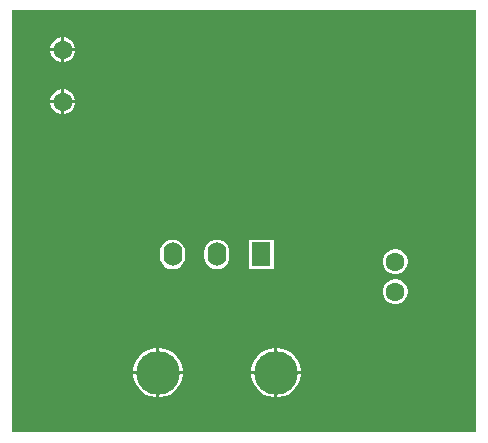
<source format=gbl>
G04*
G04 #@! TF.GenerationSoftware,Altium Limited,Altium Designer,23.10.1 (27)*
G04*
G04 Layer_Physical_Order=2*
G04 Layer_Color=16711680*
%FSLAX44Y44*%
%MOMM*%
G71*
G04*
G04 #@! TF.SameCoordinates,0AC736BD-E267-4969-BD77-996DE068DD07*
G04*
G04*
G04 #@! TF.FilePolarity,Positive*
G04*
G01*
G75*
%ADD32C,1.6000*%
%ADD33C,3.7000*%
%ADD34O,1.6000X2.0000*%
%ADD35R,1.6000X2.0000*%
%ADD36C,0.7000*%
G36*
X397410Y-397410D02*
X4000D01*
Y-40000D01*
X397410D01*
Y-397410D01*
D02*
G37*
%LPC*%
G36*
X48668Y-62860D02*
X48550D01*
Y-72130D01*
X57820D01*
Y-72012D01*
X57102Y-69332D01*
X55714Y-66928D01*
X53752Y-64966D01*
X51348Y-63578D01*
X48668Y-62860D01*
D02*
G37*
G36*
X46010D02*
X45892D01*
X43212Y-63578D01*
X40808Y-64966D01*
X38846Y-66928D01*
X37458Y-69332D01*
X36740Y-72012D01*
Y-72130D01*
X46010D01*
Y-62860D01*
D02*
G37*
G36*
X57820Y-74670D02*
X48550D01*
Y-83940D01*
X48668D01*
X51348Y-83222D01*
X53752Y-81834D01*
X55714Y-79872D01*
X57102Y-77468D01*
X57820Y-74788D01*
Y-74670D01*
D02*
G37*
G36*
X46010D02*
X36740D01*
Y-74788D01*
X37458Y-77468D01*
X38846Y-79872D01*
X40808Y-81834D01*
X43212Y-83222D01*
X45892Y-83940D01*
X46010D01*
Y-74670D01*
D02*
G37*
G36*
X48668Y-106860D02*
X48550D01*
Y-116130D01*
X57820D01*
Y-116012D01*
X57102Y-113332D01*
X55714Y-110928D01*
X53752Y-108966D01*
X51348Y-107578D01*
X48668Y-106860D01*
D02*
G37*
G36*
X46010D02*
X45892D01*
X43212Y-107578D01*
X40808Y-108966D01*
X38846Y-110928D01*
X37458Y-113332D01*
X36740Y-116012D01*
Y-116130D01*
X46010D01*
Y-106860D01*
D02*
G37*
G36*
X57820Y-118670D02*
X48550D01*
Y-127940D01*
X48668D01*
X51348Y-127222D01*
X53752Y-125834D01*
X55714Y-123872D01*
X57102Y-121468D01*
X57820Y-118788D01*
Y-118670D01*
D02*
G37*
G36*
X46010D02*
X36740D01*
Y-118788D01*
X37458Y-121468D01*
X38846Y-123872D01*
X40808Y-125834D01*
X43212Y-127222D01*
X45892Y-127940D01*
X46010D01*
Y-118670D01*
D02*
G37*
G36*
X225840Y-234170D02*
X204760D01*
Y-259250D01*
X225840D01*
Y-234170D01*
D02*
G37*
G36*
X177800Y-234079D02*
X175049Y-234441D01*
X172484Y-235503D01*
X170283Y-237193D01*
X168593Y-239394D01*
X167531Y-241959D01*
X167169Y-244710D01*
Y-248710D01*
X167531Y-251462D01*
X168593Y-254025D01*
X170283Y-256227D01*
X172484Y-257917D01*
X175049Y-258979D01*
X177800Y-259341D01*
X180551Y-258979D01*
X183116Y-257917D01*
X185317Y-256227D01*
X187007Y-254025D01*
X188069Y-251462D01*
X188431Y-248710D01*
Y-244710D01*
X188069Y-241959D01*
X187007Y-239394D01*
X185317Y-237193D01*
X183116Y-235503D01*
X180551Y-234441D01*
X177800Y-234079D01*
D02*
G37*
G36*
X140300D02*
X137549Y-234441D01*
X134985Y-235503D01*
X132783Y-237193D01*
X131093Y-239394D01*
X130031Y-241959D01*
X129669Y-244710D01*
Y-248710D01*
X130031Y-251462D01*
X131093Y-254025D01*
X132783Y-256227D01*
X134985Y-257917D01*
X137549Y-258979D01*
X140300Y-259341D01*
X143052Y-258979D01*
X145616Y-257917D01*
X147817Y-256227D01*
X149507Y-254025D01*
X150569Y-251462D01*
X150931Y-248710D01*
Y-244710D01*
X150569Y-241959D01*
X149507Y-239394D01*
X147817Y-237193D01*
X145616Y-235503D01*
X143052Y-234441D01*
X140300Y-234079D01*
D02*
G37*
G36*
X330318Y-242190D02*
X327542D01*
X324862Y-242908D01*
X322458Y-244296D01*
X320496Y-246258D01*
X319108Y-248662D01*
X318390Y-251342D01*
Y-254118D01*
X319108Y-256798D01*
X320496Y-259202D01*
X322458Y-261164D01*
X324862Y-262552D01*
X327542Y-263270D01*
X330318D01*
X332998Y-262552D01*
X335402Y-261164D01*
X337364Y-259202D01*
X338752Y-256798D01*
X339470Y-254118D01*
Y-251342D01*
X338752Y-248662D01*
X337364Y-246258D01*
X335402Y-244296D01*
X332998Y-242908D01*
X330318Y-242190D01*
D02*
G37*
G36*
Y-267590D02*
X327542D01*
X324862Y-268308D01*
X322458Y-269696D01*
X320496Y-271658D01*
X319108Y-274062D01*
X318390Y-276742D01*
Y-279518D01*
X319108Y-282198D01*
X320496Y-284602D01*
X322458Y-286564D01*
X324862Y-287952D01*
X327542Y-288670D01*
X330318D01*
X332998Y-287952D01*
X335402Y-286564D01*
X337364Y-284602D01*
X338752Y-282198D01*
X339470Y-279518D01*
Y-276742D01*
X338752Y-274062D01*
X337364Y-271658D01*
X335402Y-269696D01*
X332998Y-268308D01*
X330318Y-267590D01*
D02*
G37*
G36*
X229872Y-325670D02*
X229070D01*
Y-345440D01*
X248840D01*
Y-344638D01*
X248031Y-340573D01*
X246445Y-336744D01*
X244143Y-333298D01*
X241212Y-330367D01*
X237766Y-328065D01*
X233937Y-326479D01*
X229872Y-325670D01*
D02*
G37*
G36*
X226530D02*
X225728D01*
X221663Y-326479D01*
X217834Y-328065D01*
X214388Y-330367D01*
X211457Y-333298D01*
X209155Y-336744D01*
X207569Y-340573D01*
X206760Y-344638D01*
Y-345440D01*
X226530D01*
Y-325670D01*
D02*
G37*
G36*
X129872D02*
X129070D01*
Y-345440D01*
X148840D01*
Y-344638D01*
X148031Y-340573D01*
X146445Y-336744D01*
X144143Y-333298D01*
X141212Y-330367D01*
X137766Y-328065D01*
X133937Y-326479D01*
X129872Y-325670D01*
D02*
G37*
G36*
X126530D02*
X125728D01*
X121663Y-326479D01*
X117834Y-328065D01*
X114388Y-330367D01*
X111457Y-333298D01*
X109155Y-336744D01*
X107569Y-340573D01*
X106760Y-344638D01*
Y-345440D01*
X126530D01*
Y-325670D01*
D02*
G37*
G36*
X248840Y-347980D02*
X229070D01*
Y-367750D01*
X229872D01*
X233937Y-366941D01*
X237766Y-365355D01*
X241212Y-363053D01*
X244143Y-360122D01*
X246445Y-356676D01*
X248031Y-352847D01*
X248840Y-348782D01*
Y-347980D01*
D02*
G37*
G36*
X226530D02*
X206760D01*
Y-348782D01*
X207569Y-352847D01*
X209155Y-356676D01*
X211457Y-360122D01*
X214388Y-363053D01*
X217834Y-365355D01*
X221663Y-366941D01*
X225728Y-367750D01*
X226530D01*
Y-347980D01*
D02*
G37*
G36*
X148840D02*
X129070D01*
Y-367750D01*
X129872D01*
X133937Y-366941D01*
X137766Y-365355D01*
X141212Y-363053D01*
X144143Y-360122D01*
X146445Y-356676D01*
X148031Y-352847D01*
X148840Y-348782D01*
Y-347980D01*
D02*
G37*
G36*
X126530D02*
X106760D01*
Y-348782D01*
X107569Y-352847D01*
X109155Y-356676D01*
X111457Y-360122D01*
X114388Y-363053D01*
X117834Y-365355D01*
X121663Y-366941D01*
X125728Y-367750D01*
X126530D01*
Y-347980D01*
D02*
G37*
%LPD*%
D32*
X47280Y-73400D02*
D03*
Y-117400D02*
D03*
X328930Y-278130D02*
D03*
Y-252730D02*
D03*
D33*
X127800Y-346710D02*
D03*
X227800D02*
D03*
D34*
X140300Y-246710D02*
D03*
X177800D02*
D03*
D35*
X215300D02*
D03*
D36*
X144000Y-177000D02*
D03*
X295000Y-147000D02*
D03*
X308610Y-147320D02*
D03*
X294640Y-135890D02*
D03*
X240030Y-57150D02*
D03*
X228600D02*
D03*
M02*

</source>
